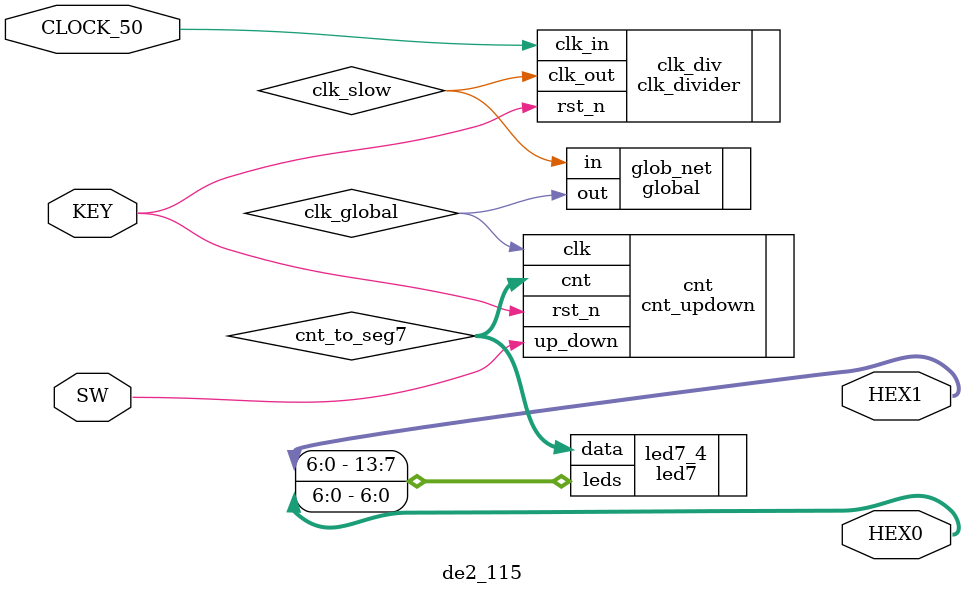
<source format=v>
module de2_115
(
  input        CLOCK_50,
  input [0:0]  KEY,
  input  [0:0] SW,
  output [6:0] HEX1,
  output [6:0] HEX0
);

   localparam CNT_W = 8;
   
   wire               clk_slow;
   wire               clk_global;
   wire [CNT_W - 1:0] cnt_to_seg7;
 
 clk_divider #(.WIDTH(24)) clk_div
  ( 
    .clk_in  ( CLOCK_50 ),
    .rst_n   ( KEY[0]   ),
    .clk_out ( clk_slow )
  );
   
  global glob_net
  (
     .in ( clk_slow   ),
     .out( clk_global )
  );

  cnt_updown #(.WIDTH(CNT_W))
   cnt
     (
      .clk     ( clk_global  ),
      .rst_n   ( KEY[0]      ),
      .up_down ( SW          ),
      .cnt     ( cnt_to_seg7 )
      );
     
  led7 #(.COUNT(2)) led7_4
  (
    .data(cnt_to_seg7),
    .leds({HEX1,HEX0})
  );
  
                          
endmodule

</source>
